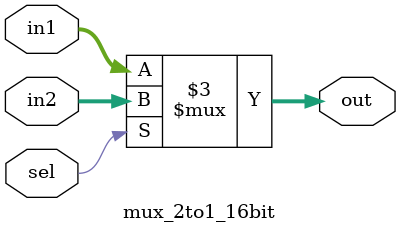
<source format=v>
module mux_2to1_16bit (in1,in2,sel,out);

input [15:0] in1,in2;
input sel;
output reg [15:0] out;

//assign out = (!sel)? in1 : in2;

always @(*)
begin

if(sel)
out = in2;
else
out = in1;

end

endmodule 
</source>
